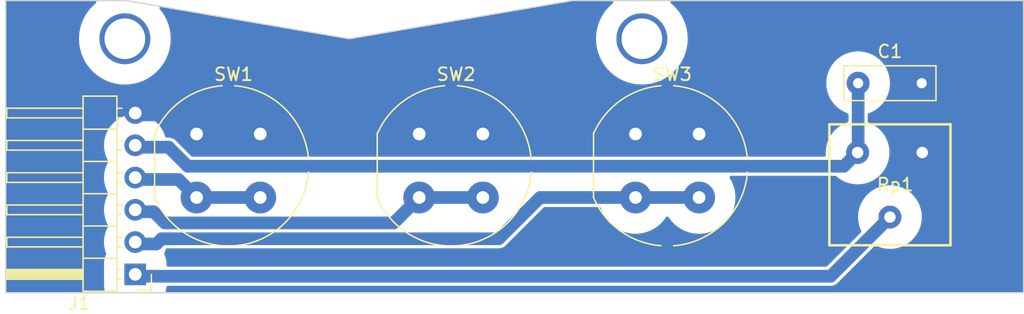
<source format=kicad_pcb>
(kicad_pcb (version 20240108) (generator "pcbnew") (generator_version "8.0")
  (layers (0 "F.Cu" signal) (31 "B.Cu" signal) (34 "B.Paste" user) (35 "F.Paste" user) (36 "B.SilkS" user "B.Silkscreen") (37 "F.SilkS" user "F.Silkscreen") (38 "B.Mask" user) (39 "F.Mask" user) (44 "Edge.Cuts" user))
  (net 0 "")
  (net 1 "/BP2")
  (net 2 "/BP0")
  (net 3 "GND")
  (net 4 "/POT")
  (net 5 "+3.3V")
  (net 6 "/BP1")
  (footprint "0_FootprintGe2:63M_1" (layer "F.Cu") (at 187.5 110 180)
    (property "Reference" "Rp1" (at -0.405 0.009 360) (layer "F.SilkS"))
    (property "Value" "Rpot")
    (fp_line (start 4.76 4.76) (end -4.76 4.76) (stroke (width 0.2)) (layer "F.SilkS"))
    (fp_line (start 4.76 -4.76) (end 4.76 4.76) (stroke (width 0.2)) (layer "F.SilkS"))
    (fp_line (start -4.76 4.76) (end -4.76 -4.76) (stroke (width 0.2)) (layer "F.SilkS"))
    (fp_line (start -4.76 -4.76) (end 4.76 -4.76) (stroke (width 0.2)) (layer "F.SilkS"))
    (pad "1" thru_hole circle (at 2.54 2.54 180) (size 1.8 1.8) (drill 0.9) (layers "*.Cu" "*.Mask") (net 5 "+3.3V"))
    (pad "2" thru_hole circle (at 0 -2.54 180) (size 1.8 1.8) (drill 0.9) (layers "*.Cu" "*.Mask") (net 4 "/POT"))
    (pad "3" thru_hole circle (at -2.54 2.54 180) (size 1.8 1.8) (drill 0.9) (layers "*.Cu" "*.Mask") (net 3 "GND"))
  )
  (footprint "FootprintGamelGe2_v8.0:SW_PUSH_5mm_red" (layer "F.Cu") (at 150.5 106)
    (property "Reference" "SW2" (at 2.9 -4.7 0) (layer "F.SilkS"))
    (property "Value" "SW_Push_red")
    (fp_line (start -3.3 -0.1) (end -3.3 5) (stroke (width 0.12)) (layer "F.SilkS"))
    (fp_arc (start -3.266886 -0.085156) (mid -1.142593 -2.664448) (end 2 -3.8) (stroke (width 0.12)) (layer "F.SilkS"))
    (fp_arc (start 2.000311 8.796055) (mid -1.177503 7.63478) (end -3.3 5) (stroke (width 0.12)) (layer "F.SilkS"))
    (fp_arc (start 3 -3.8) (mid 6.968781 -1.968781) (end 8.8 2) (stroke (width 0.12)) (layer "F.SilkS"))
    (fp_arc (start 8.8 3) (mid 6.968781 6.968781) (end 3 8.8) (stroke (width 0.12)) (layer "F.SilkS"))
    (pad "1" thru_hole circle (at 0 0 90) (size 2.5 2.5) (drill 1) (layers "*.Cu" "*.Mask") (net 3 "GND"))
    (pad "1" thru_hole circle (at 5 0 90) (size 2.5 2.5) (drill 1) (layers "*.Cu" "*.Mask") (net 3 "GND"))
    (pad "2" thru_hole circle (at 0 5 90) (size 2.5 2.5) (drill 1) (layers "*.Cu" "*.Mask") (net 6 "/BP1"))
    (pad "2" thru_hole circle (at 5 5 90) (size 2.5 2.5) (drill 1) (layers "*.Cu" "*.Mask") (net 6 "/BP1"))
  )
  (footprint "FootprintGamelGe2_v8.0:SW_PUSH_5mm_green" (layer "F.Cu") (at 167.5 106)
    (property "Reference" "SW3" (at 2.9 -4.7 0) (layer "F.SilkS"))
    (property "Value" "SW_Push_green")
    (fp_line (start -3.3 -0.1) (end -3.3 5) (stroke (width 0.12)) (layer "F.SilkS"))
    (fp_arc (start -3.266886 -0.085156) (mid -1.142593 -2.664448) (end 2 -3.8) (stroke (width 0.12)) (layer "F.SilkS"))
    (fp_arc (start 2.000311 8.796055) (mid -1.177503 7.63478) (end -3.3 5) (stroke (width 0.12)) (layer "F.SilkS"))
    (fp_arc (start 3 -3.8) (mid 6.968781 -1.968781) (end 8.8 2) (stroke (width 0.12)) (layer "F.SilkS"))
    (fp_arc (start 8.8 3) (mid 6.968781 6.968781) (end 3 8.8) (stroke (width 0.12)) (layer "F.SilkS"))
    (pad "1" thru_hole circle (at 0 0 90) (size 2.5 2.5) (drill 1) (layers "*.Cu" "*.Mask") (net 3 "GND"))
    (pad "1" thru_hole circle (at 5 0 90) (size 2.5 2.5) (drill 1) (layers "*.Cu" "*.Mask") (net 3 "GND"))
    (pad "2" thru_hole circle (at 0 5 90) (size 2.5 2.5) (drill 1) (layers "*.Cu" "*.Mask") (net 1 "/BP2"))
    (pad "2" thru_hole circle (at 5 5 90) (size 2.5 2.5) (drill 1) (layers "*.Cu" "*.Mask") (net 1 "/BP2"))
  )
  (footprint "FootprintGamelGe2_v8.0:C_Rect_L7.0mm_W2.5mm_P5.00mm" (layer "F.Cu") (at 185 102)
    (property "Reference" "C1" (at 2.5 -2.5 360) (layer "F.SilkS"))
    (property "Value" "100n")
    (fp_line (start -1.12 -1.37) (end -1.12 1.37) (stroke (width 0.12)) (layer "F.SilkS"))
    (fp_line (start -1.12 -1.37) (end 6.12 -1.37) (stroke (width 0.12)) (layer "F.SilkS"))
    (fp_line (start -1.12 1.37) (end 6.12 1.37) (stroke (width 0.12)) (layer "F.SilkS"))
    (fp_line (start 6.12 -1.37) (end 6.12 1.37) (stroke (width 0.12)) (layer "F.SilkS"))
    (pad "1" thru_hole circle (at 0 0) (size 1.8 1.8) (drill 0.8) (layers "*.Cu" "*.Mask") (net 5 "+3.3V"))
    (pad "2" thru_hole circle (at 5 0) (size 1.8 1.8) (drill 0.8) (layers "*.Cu" "*.Mask") (net 3 "GND"))
  )
  (footprint "Connector_PinHeader_2.54mm:PinHeader_1x06_P2.54mm_Horizontal" (layer "F.Cu") (at 128.175 117.05 180)
    (property "Reference" "J1" (at 4.385 -2.27 0) (layer "F.SilkS"))
    (property "Value" "Conn_01x06_Pin")
    (fp_line (start 10.1 13.08) (end 4.1 13.08) (stroke (width 0.12)) (layer "F.SilkS"))
    (fp_line (start 10.1 12.32) (end 10.1 13.08) (stroke (width 0.12)) (layer "F.SilkS"))
    (fp_line (start 10.1 10.54) (end 4.1 10.54) (stroke (width 0.12)) (layer "F.SilkS"))
    (fp_line (start 10.1 9.78) (end 10.1 10.54) (stroke (width 0.12)) (layer "F.SilkS"))
    (fp_line (start 10.1 8) (end 4.1 8) (stroke (width 0.12)) (layer "F.SilkS"))
    (fp_line (start 10.1 7.24) (end 10.1 8) (stroke (width 0.12)) (layer "F.SilkS"))
    (fp_line (start 10.1 5.46) (end 4.1 5.46) (stroke (width 0.12)) (layer "F.SilkS"))
    (fp_line (start 10.1 4.7) (end 10.1 5.46) (stroke (width 0.12)) (layer "F.SilkS"))
    (fp_line (start 10.1 2.92) (end 4.1 2.92) (stroke (width 0.12)) (layer "F.SilkS"))
    (fp_line (start 10.1 2.16) (end 10.1 2.92) (stroke (width 0.12)) (layer "F.SilkS"))
    (fp_line (start 10.1 0.38) (end 4.1 0.38) (stroke (width 0.12)) (layer "F.SilkS"))
    (fp_line (start 10.1 -0.38) (end 10.1 0.38) (stroke (width 0.12)) (layer "F.SilkS"))
    (fp_line (start 4.1 14.03) (end 4.1 -1.33) (stroke (width 0.12)) (layer "F.SilkS"))
    (fp_line (start 4.1 12.32) (end 10.1 12.32) (stroke (width 0.12)) (layer "F.SilkS"))
    (fp_line (start 4.1 9.78) (end 10.1 9.78) (stroke (width 0.12)) (layer "F.SilkS"))
    (fp_line (start 4.1 7.24) (end 10.1 7.24) (stroke (width 0.12)) (layer "F.SilkS"))
    (fp_line (start 4.1 4.7) (end 10.1 4.7) (stroke (width 0.12)) (layer "F.SilkS"))
    (fp_line (start 4.1 2.16) (end 10.1 2.16) (stroke (width 0.12)) (layer "F.SilkS"))
    (fp_line (start 4.1 0.28) (end 10.1 0.28) (stroke (width 0.12)) (layer "F.SilkS"))
    (fp_line (start 4.1 0.16) (end 10.1 0.16) (stroke (width 0.12)) (layer "F.SilkS"))
    (fp_line (start 4.1 0.04) (end 10.1 0.04) (stroke (width 0.12)) (layer "F.SilkS"))
    (fp_line (start 4.1 -0.08) (end 10.1 -0.08) (stroke (width 0.12)) (layer "F.SilkS"))
    (fp_line (start 4.1 -0.2) (end 10.1 -0.2) (stroke (width 0.12)) (layer "F.SilkS"))
    (fp_line (start 4.1 -0.32) (end 10.1 -0.32) (stroke (width 0.12)) (layer "F.SilkS"))
    (fp_line (start 4.1 -0.38) (end 10.1 -0.38) (stroke (width 0.12)) (layer "F.SilkS"))
    (fp_line (start 4.1 -1.33) (end 1.44 -1.33) (stroke (width 0.12)) (layer "F.SilkS"))
    (fp_line (start 1.44 14.03) (end 4.1 14.03) (stroke (width 0.12)) (layer "F.SilkS"))
    (fp_line (start 1.44 11.43) (end 4.1 11.43) (stroke (width 0.12)) (layer "F.SilkS"))
    (fp_line (start 1.44 8.89) (end 4.1 8.89) (stroke (width 0.12)) (layer "F.SilkS"))
    (fp_line (start 1.44 6.35) (end 4.1 6.35) (stroke (width 0.12)) (layer "F.SilkS"))
    (fp_line (start 1.44 3.81) (end 4.1 3.81) (stroke (width 0.12)) (layer "F.SilkS"))
    (fp_line (start 1.44 1.27) (end 4.1 1.27) (stroke (width 0.12)) (layer "F.SilkS"))
    (fp_line (start 1.44 -1.33) (end 1.44 14.03) (stroke (width 0.12)) (layer "F.SilkS"))
    (fp_line (start 1.11 0.38) (end 1.44 0.38) (stroke (width 0.12)) (layer "F.SilkS"))
    (fp_line (start 1.11 -0.38) (end 1.44 -0.38) (stroke (width 0.12)) (layer "F.SilkS"))
    (fp_line (start 1.042929 13.08) (end 1.44 13.08) (stroke (width 0.12)) (layer "F.SilkS"))
    (fp_line (start 1.042929 12.32) (end 1.44 12.32) (stroke (width 0.12)) (layer "F.SilkS"))
    (fp_line (start 1.042929 10.54) (end 1.44 10.54) (stroke (width 0.12)) (layer "F.SilkS"))
    (fp_line (start 1.042929 9.78) (end 1.44 9.78) (stroke (width 0.12)) (layer "F.SilkS"))
    (fp_line (start 1.042929 8) (end 1.44 8) (stroke (width 0.12)) (layer "F.SilkS"))
    (fp_line (start 1.042929 7.24) (end 1.44 7.24) (stroke (width 0.12)) (layer "F.SilkS"))
    (fp_line (start 1.042929 5.46) (end 1.44 5.46) (stroke (width 0.12)) (layer "F.SilkS"))
    (fp_line (start 1.042929 4.7) (end 1.44 4.7) (stroke (width 0.12)) (layer "F.SilkS"))
    (fp_line (start 1.042929 2.92) (end 1.44 2.92) (stroke (width 0.12)) (layer "F.SilkS"))
    (fp_line (start 1.042929 2.16) (end 1.44 2.16) (stroke (width 0.12)) (layer "F.SilkS"))
    (fp_line (start -1.27 0) (end -1.27 -1.27) (stroke (width 0.12)) (layer "F.SilkS"))
    (fp_line (start -1.27 -1.27) (end 0 -1.27) (stroke (width 0.12)) (layer "F.SilkS"))
    (pad "1" thru_hole rect (at 0 0 180) (size 1.7 1.7) (drill 1) (layers "*.Cu" "*.Mask") (net 4 "/POT"))
    (pad "2" thru_hole oval (at 0 2.54 180) (size 1.7 1.7) (drill 1) (layers "*.Cu" "*.Mask") (net 1 "/BP2"))
    (pad "3" thru_hole oval (at 0 5.08 180) (size 1.7 1.7) (drill 1) (layers "*.Cu" "*.Mask") (net 6 "/BP1"))
    (pad "4" thru_hole oval (at 0 7.62 180) (size 1.7 1.7) (drill 1) (layers "*.Cu" "*.Mask") (net 2 "/BP0"))
    (pad "5" thru_hole oval (at 0 10.16 180) (size 1.7 1.7) (drill 1) (layers "*.Cu" "*.Mask") (net 5 "+3.3V"))
    (pad "6" thru_hole oval (at 0 12.7 180) (size 1.7 1.7) (drill 1) (layers "*.Cu" "*.Mask") (net 3 "GND"))
  )
  (footprint "FootprintGamelGe2_v8.0:SW_PUSH_5mm_blue" (layer "F.Cu") (at 133 106)
    (property "Reference" "SW1" (at 2.9 -4.7 0) (layer "F.SilkS"))
    (property "Value" "SW_Push_blue")
    (fp_line (start -3.3 -0.1) (end -3.3 5) (stroke (width 0.12)) (layer "F.SilkS"))
    (fp_arc (start -3.266886 -0.085156) (mid -1.142593 -2.664448) (end 2 -3.8) (stroke (width 0.12)) (layer "F.SilkS"))
    (fp_arc (start 2.000311 8.796055) (mid -1.177503 7.63478) (end -3.3 5) (stroke (width 0.12)) (layer "F.SilkS"))
    (fp_arc (start 3 -3.8) (mid 6.968781 -1.968781) (end 8.8 2) (stroke (width 0.12)) (layer "F.SilkS"))
    (fp_arc (start 8.8 3) (mid 6.968781 6.968781) (end 3 8.8) (stroke (width 0.12)) (layer "F.SilkS"))
    (pad "1" thru_hole circle (at 0 0 90) (size 2.5 2.5) (drill 1) (layers "*.Cu" "*.Mask") (net 3 "GND"))
    (pad "1" thru_hole circle (at 5 0 90) (size 2.5 2.5) (drill 1) (layers "*.Cu" "*.Mask") (net 3 "GND"))
    (pad "2" thru_hole circle (at 0 5 90) (size 2.5 2.5) (drill 1) (layers "*.Cu" "*.Mask") (net 2 "/BP0"))
    (pad "2" thru_hole circle (at 5 5 90) (size 2.5 2.5) (drill 1) (layers "*.Cu" "*.Mask") (net 2 "/BP0"))
  )
  (gr_line (start 127.5 95.5) (end 145 98.5) (stroke (width 0.1)) (layer "Edge.Cuts"))
  (gr_line (start 198 118.5) (end 118 118.5) (stroke (width 0.1)) (layer "Edge.Cuts"))
  (gr_line (start 198 95.5) (end 198 118.5) (stroke (width 0.1)) (layer "Edge.Cuts"))
  (gr_line (start 118 95.5) (end 127.5 95.5) (stroke (width 0.1)) (layer "Edge.Cuts"))
  (gr_line (start 118 118.5) (end 118 95.5) (stroke (width 0.1)) (layer "Edge.Cuts"))
  (gr_line (start 162.5 95.5) (end 198 95.5) (stroke (width 0.1)) (layer "Edge.Cuts"))
  (gr_line (start 145 98.5) (end 162.5 95.5) (stroke (width 0.1)) (layer "Edge.Cuts"))
  (via (at 127.36 98.5) (size 4) (drill 3.2) (layers "F.Cu" "B.Cu") (net 0))
  (via (at 168 98.5) (size 4) (drill 3.2) (layers "F.Cu" "B.Cu") (net 0))
  (segment (start 128 114.66) (end 129.84 114.66) (width 1) (layer "B.Cu") (net 1))
  (segment (start 156.75 114.25) (end 160 111) (width 1) (layer "B.Cu") (net 1))
  (segment (start 160 111) (end 167.5 111) (width 1) (layer "B.Cu") (net 1))
  (segment (start 130.25 114.25) (end 156.75 114.25) (width 1) (layer "B.Cu") (net 1))
  (segment (start 129.84 114.66) (end 130.25 114.25) (width 1) (layer "B.Cu") (net 1))
  (segment (start 167.5 111) (end 172.5 111) (width 1) (layer "B.Cu") (net 1))
  (segment (start 128 109.58) (end 131.58 109.58) (width 1) (layer "B.Cu") (net 2))
  (segment (start 133 111) (end 138 111) (width 1) (layer "B.Cu") (net 2))
  (segment (start 131.58 109.58) (end 133 111) (width 1) (layer "B.Cu") (net 2))
  (segment (start 190.04 107.46) (end 190.04 102.04) (width 1) (layer "B.Cu") (net 3))
  (segment (start 131.5 104.5) (end 128 104.5) (width 1) (layer "B.Cu") (net 3))
  (segment (start 172.5 106) (end 180.5 98) (width 1) (layer "B.Cu") (net 3))
  (segment (start 180.5 98) (end 186 98) (width 1) (layer "B.Cu") (net 3))
  (segment (start 133 106) (end 172.5 106) (width 1) (layer "B.Cu") (net 3))
  (segment (start 133 106) (end 131.5 104.5) (width 1) (layer "B.Cu") (net 3))
  (segment (start 190.04 102.04) (end 190 102) (width 1) (layer "B.Cu") (net 3))
  (segment (start 186 98) (end 190 102) (width 1) (layer "B.Cu") (net 3))
  (segment (start 182.84 117.2) (end 187.5 112.54) (width 1) (layer "B.Cu") (net 4))
  (segment (start 172.5 117.2) (end 128 117.2) (width 1) (layer "B.Cu") (net 4))
  (segment (start 172.5 117.2) (end 182.84 117.2) (width 1) (layer "B.Cu") (net 4))
  (segment (start 132.305455 108.537689) (end 183.882311 108.537689) (width 1) (layer "B.Cu") (net 5))
  (segment (start 183.882311 108.537689) (end 184.96 107.46) (width 1) (layer "B.Cu") (net 5))
  (segment (start 130.807767 107.04) (end 130.807767 107.040001) (width 1) (layer "B.Cu") (net 5))
  (segment (start 185 102) (end 185 107.42) (width 1) (layer "B.Cu") (net 5))
  (segment (start 185 107.42) (end 184.96 107.46) (width 1) (layer "B.Cu") (net 5))
  (segment (start 128 107.04) (end 130.807767 107.04) (width 1) (layer "B.Cu") (net 5))
  (segment (start 130.807767 107.040001) (end 132.305455 108.537689) (width 1) (layer "B.Cu") (net 5))
  (segment (start 150.5 111) (end 155.5 111) (width 1) (layer "B.Cu") (net 6))
  (segment (start 130.5 113) (end 148.5 113) (width 1) (layer "B.Cu") (net 6))
  (segment (start 128 112.12) (end 129.62 112.12) (width 1) (layer "B.Cu") (net 6))
  (segment (start 148.5 113) (end 150.5 111) (width 1) (layer "B.Cu") (net 6))
  (segment (start 129.62 112.12) (end 130.5 113) (width 1) (layer "B.Cu") (net 6))
  (zone (net 3) (net_name "GND") (layer "B.Cu") (connect_pads yes (clearance 0)) (min_thickness 0.25) (fill yes (thermal_gap 0.5) (thermal_bridge_width 0.5))
    (polygon (pts (xy 118 95.5) (xy 198 95.5) (xy 198 118.5) (xy 118 118.5)))
  )
)
</source>
